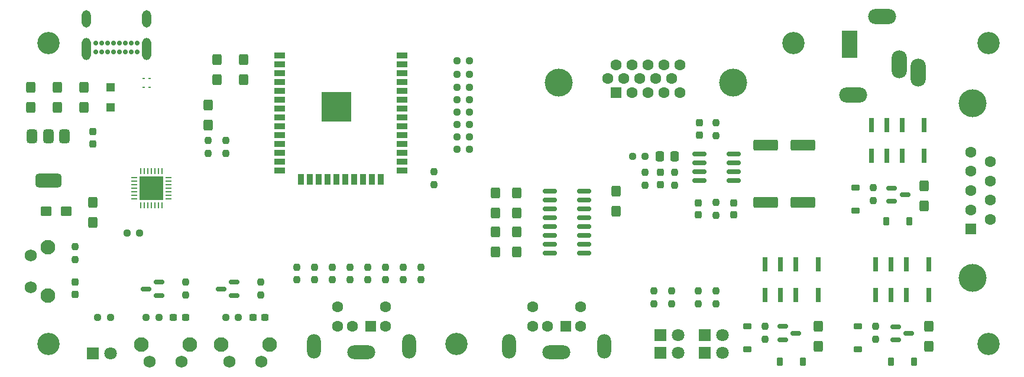
<source format=gts>
G04 #@! TF.GenerationSoftware,KiCad,Pcbnew,8.0.5*
G04 #@! TF.CreationDate,2025-01-20T23:05:57+01:00*
G04 #@! TF.ProjectId,nTerm2-s,6e546572-6d32-42d7-932e-6b696361645f,rev?*
G04 #@! TF.SameCoordinates,Original*
G04 #@! TF.FileFunction,Soldermask,Top*
G04 #@! TF.FilePolarity,Negative*
%FSLAX46Y46*%
G04 Gerber Fmt 4.6, Leading zero omitted, Abs format (unit mm)*
G04 Created by KiCad (PCBNEW 8.0.5) date 2025-01-20 23:05:57*
%MOMM*%
%LPD*%
G01*
G04 APERTURE LIST*
G04 Aperture macros list*
%AMRoundRect*
0 Rectangle with rounded corners*
0 $1 Rounding radius*
0 $2 $3 $4 $5 $6 $7 $8 $9 X,Y pos of 4 corners*
0 Add a 4 corners polygon primitive as box body*
4,1,4,$2,$3,$4,$5,$6,$7,$8,$9,$2,$3,0*
0 Add four circle primitives for the rounded corners*
1,1,$1+$1,$2,$3*
1,1,$1+$1,$4,$5*
1,1,$1+$1,$6,$7*
1,1,$1+$1,$8,$9*
0 Add four rect primitives between the rounded corners*
20,1,$1+$1,$2,$3,$4,$5,0*
20,1,$1+$1,$4,$5,$6,$7,0*
20,1,$1+$1,$6,$7,$8,$9,0*
20,1,$1+$1,$8,$9,$2,$3,0*%
G04 Aperture macros list end*
%ADD10C,1.750000*%
%ADD11C,2.100000*%
%ADD12R,1.600000X1.600000*%
%ADD13C,1.600000*%
%ADD14O,2.000000X3.500000*%
%ADD15O,4.000000X2.000000*%
%ADD16C,0.700000*%
%ADD17O,1.300000X3.200000*%
%ADD18O,1.300000X2.500000*%
%ADD19RoundRect,0.237500X-0.237500X0.250000X-0.237500X-0.250000X0.237500X-0.250000X0.237500X0.250000X0*%
%ADD20C,3.200000*%
%ADD21RoundRect,0.237500X-0.250000X-0.237500X0.250000X-0.237500X0.250000X0.237500X-0.250000X0.237500X0*%
%ADD22RoundRect,0.237500X0.237500X-0.250000X0.237500X0.250000X-0.237500X0.250000X-0.237500X-0.250000X0*%
%ADD23RoundRect,0.062500X-0.117500X-0.062500X0.117500X-0.062500X0.117500X0.062500X-0.117500X0.062500X0*%
%ADD24RoundRect,0.225000X0.375000X-0.225000X0.375000X0.225000X-0.375000X0.225000X-0.375000X-0.225000X0*%
%ADD25RoundRect,0.225000X-0.225000X-0.375000X0.225000X-0.375000X0.225000X0.375000X-0.225000X0.375000X0*%
%ADD26R,0.700000X2.000000*%
%ADD27R,1.500000X0.900000*%
%ADD28R,0.900000X1.500000*%
%ADD29C,0.600000*%
%ADD30R,4.200000X4.200000*%
%ADD31RoundRect,0.237500X-0.237500X0.300000X-0.237500X-0.300000X0.237500X-0.300000X0.237500X0.300000X0*%
%ADD32RoundRect,0.250000X0.425000X-0.537500X0.425000X0.537500X-0.425000X0.537500X-0.425000X-0.537500X0*%
%ADD33R,1.800000X1.800000*%
%ADD34C,1.800000*%
%ADD35RoundRect,0.150000X-0.825000X-0.150000X0.825000X-0.150000X0.825000X0.150000X-0.825000X0.150000X0*%
%ADD36RoundRect,0.237500X0.250000X0.237500X-0.250000X0.237500X-0.250000X-0.237500X0.250000X-0.237500X0*%
%ADD37RoundRect,0.250000X-0.425000X0.537500X-0.425000X-0.537500X0.425000X-0.537500X0.425000X0.537500X0*%
%ADD38RoundRect,0.237500X-0.300000X-0.237500X0.300000X-0.237500X0.300000X0.237500X-0.300000X0.237500X0*%
%ADD39RoundRect,0.375000X-0.375000X0.625000X-0.375000X-0.625000X0.375000X-0.625000X0.375000X0.625000X0*%
%ADD40RoundRect,0.500000X-1.400000X0.500000X-1.400000X-0.500000X1.400000X-0.500000X1.400000X0.500000X0*%
%ADD41RoundRect,0.150000X-0.587500X-0.150000X0.587500X-0.150000X0.587500X0.150000X-0.587500X0.150000X0*%
%ADD42RoundRect,0.150000X0.587500X0.150000X-0.587500X0.150000X-0.587500X-0.150000X0.587500X-0.150000X0*%
%ADD43RoundRect,0.250000X-0.537500X-0.425000X0.537500X-0.425000X0.537500X0.425000X-0.537500X0.425000X0*%
%ADD44RoundRect,0.237500X0.237500X-0.300000X0.237500X0.300000X-0.237500X0.300000X-0.237500X-0.300000X0*%
%ADD45C,4.000000*%
%ADD46RoundRect,0.250000X-1.500000X-0.550000X1.500000X-0.550000X1.500000X0.550000X-1.500000X0.550000X0*%
%ADD47RoundRect,0.062500X-0.337500X-0.062500X0.337500X-0.062500X0.337500X0.062500X-0.337500X0.062500X0*%
%ADD48RoundRect,0.062500X-0.062500X-0.337500X0.062500X-0.337500X0.062500X0.337500X-0.062500X0.337500X0*%
%ADD49R,3.350000X3.350000*%
%ADD50RoundRect,0.250000X-0.337500X-0.475000X0.337500X-0.475000X0.337500X0.475000X-0.337500X0.475000X0*%
%ADD51O,4.000000X2.200000*%
%ADD52O,2.200000X4.000000*%
%ADD53R,2.200000X4.000000*%
%ADD54R,1.200000X1.200000*%
G04 APERTURE END LIST*
D10*
X31750000Y-71810000D03*
X31750000Y-67310000D03*
D11*
X34240000Y-73060000D03*
X34240000Y-66050000D03*
D10*
X64770000Y-82550000D03*
X60270000Y-82550000D03*
D11*
X66020000Y-80060000D03*
X59010000Y-80060000D03*
D10*
X53340000Y-82550000D03*
X48840000Y-82550000D03*
D11*
X54590000Y-80060000D03*
X47580000Y-80060000D03*
D12*
X108390000Y-77470000D03*
D13*
X105790000Y-77470000D03*
X110490000Y-77470000D03*
X103690000Y-77470000D03*
X110490000Y-74670000D03*
X103690000Y-74670000D03*
D14*
X100240000Y-80320000D03*
D15*
X107090000Y-81120000D03*
D14*
X113940000Y-80320000D03*
D16*
X47010000Y-38100000D03*
X46160000Y-38100000D03*
X45310000Y-38100000D03*
X44460000Y-38100000D03*
X43610000Y-38100000D03*
X42760000Y-38100000D03*
X41910000Y-38100000D03*
X41060000Y-38100000D03*
X41060000Y-36750000D03*
X41910000Y-36750000D03*
X42760000Y-36750000D03*
X43610000Y-36750000D03*
X44460000Y-36750000D03*
X45310000Y-36750000D03*
X46160000Y-36750000D03*
X47010000Y-36750000D03*
D17*
X48355000Y-37600000D03*
D18*
X48350000Y-33295000D03*
D17*
X39715000Y-37600000D03*
D18*
X39715000Y-33300000D03*
D19*
X38100000Y-66040000D03*
X38100000Y-67865000D03*
D20*
X168910000Y-80010000D03*
D21*
X92790000Y-43180000D03*
X94615000Y-43180000D03*
D22*
X57150000Y-52625000D03*
X57150000Y-50800000D03*
X136906000Y-79295000D03*
X136906000Y-77470000D03*
D20*
X34290000Y-36830000D03*
D19*
X129921000Y-48260000D03*
X129921000Y-50085000D03*
D23*
X48768000Y-43180000D03*
X47928000Y-43180000D03*
D24*
X149860000Y-60831000D03*
X149860000Y-57531000D03*
D25*
X139066000Y-82550000D03*
X142366000Y-82550000D03*
D26*
X160401000Y-68580000D03*
X157201000Y-68580000D03*
X155001000Y-68580000D03*
X152801000Y-68580000D03*
X152801000Y-72980000D03*
X155001000Y-72980000D03*
X157201000Y-72980000D03*
X160401000Y-72980000D03*
D19*
X129921000Y-59690000D03*
X129921000Y-61515000D03*
D27*
X67450000Y-38608000D03*
X67450000Y-39878000D03*
X67450000Y-41148000D03*
X67450000Y-42418000D03*
X67450000Y-43688000D03*
X67450000Y-44958000D03*
X67450000Y-46228000D03*
X67450000Y-47498000D03*
X67450000Y-48768000D03*
X67450000Y-50038000D03*
X67450000Y-51308000D03*
X67450000Y-52578000D03*
X67450000Y-53848000D03*
X67450000Y-55118000D03*
D28*
X70490000Y-56368000D03*
X71760000Y-56368000D03*
X73030000Y-56368000D03*
X74300000Y-56368000D03*
X75570000Y-56368000D03*
X76840000Y-56368000D03*
X78110000Y-56368000D03*
X79380000Y-56368000D03*
X80650000Y-56368000D03*
X81920000Y-56368000D03*
D27*
X84950000Y-55118000D03*
X84950000Y-53848000D03*
X84950000Y-52578000D03*
X84950000Y-51308000D03*
X84950000Y-50038000D03*
X84950000Y-48768000D03*
X84950000Y-47498000D03*
X84950000Y-46228000D03*
X84950000Y-44958000D03*
X84950000Y-43688000D03*
X84950000Y-42418000D03*
X84950000Y-41148000D03*
X84950000Y-39878000D03*
X84950000Y-38608000D03*
D29*
X73995000Y-45185500D03*
X73995000Y-46710500D03*
X74757500Y-44423000D03*
X74757500Y-45948000D03*
X74757500Y-47473000D03*
X75520000Y-45185500D03*
D30*
X75520000Y-45948000D03*
D29*
X75520000Y-46710500D03*
X76282500Y-44423000D03*
X76282500Y-45948000D03*
X76282500Y-47473000D03*
X77045000Y-45185500D03*
X77045000Y-46710500D03*
D22*
X80010000Y-70762500D03*
X80010000Y-68937500D03*
X152400000Y-59356000D03*
X152400000Y-57531000D03*
D31*
X132461000Y-59740000D03*
X132461000Y-61465000D03*
D12*
X80450000Y-77470000D03*
D13*
X77850000Y-77470000D03*
X82550000Y-77470000D03*
X75750000Y-77470000D03*
X82550000Y-74670000D03*
X75750000Y-74670000D03*
D14*
X72300000Y-80320000D03*
D15*
X79150000Y-81120000D03*
D14*
X86000000Y-80320000D03*
D32*
X160401000Y-80345000D03*
X160401000Y-77470000D03*
D21*
X92790000Y-46736000D03*
X94615000Y-46736000D03*
D24*
X150241000Y-80770000D03*
X150241000Y-77470000D03*
D22*
X152781000Y-79295000D03*
X152781000Y-77470000D03*
D32*
X144526000Y-80345000D03*
X144526000Y-77470000D03*
D24*
X134366000Y-80770000D03*
X134366000Y-77470000D03*
D33*
X121920000Y-78740000D03*
D34*
X124460000Y-78740000D03*
D33*
X121920000Y-81280000D03*
D34*
X124460000Y-81280000D03*
D19*
X129921000Y-72390000D03*
X129921000Y-74215000D03*
D35*
X127511000Y-52705000D03*
X127511000Y-53975000D03*
X127511000Y-55245000D03*
X127511000Y-56515000D03*
X132461000Y-56515000D03*
X132461000Y-55245000D03*
X132461000Y-53975000D03*
X132461000Y-52705000D03*
D36*
X94615000Y-39370000D03*
X92790000Y-39370000D03*
D31*
X40640000Y-49530000D03*
X40640000Y-51255000D03*
D22*
X72390000Y-70762500D03*
X72390000Y-68937500D03*
D37*
X101408000Y-63881000D03*
X101408000Y-66756000D03*
D32*
X39370000Y-46055000D03*
X39370000Y-43180000D03*
D33*
X128270000Y-78740000D03*
D34*
X130810000Y-78740000D03*
D33*
X128270000Y-81280000D03*
D34*
X130810000Y-81280000D03*
D22*
X59690000Y-52625000D03*
X59690000Y-50800000D03*
D38*
X52230000Y-76200000D03*
X53955000Y-76200000D03*
D39*
X36590000Y-50190000D03*
X34290000Y-50190000D03*
D40*
X34290000Y-56490000D03*
D39*
X31990000Y-50190000D03*
D32*
X58420000Y-42077500D03*
X58420000Y-39202500D03*
D21*
X48320000Y-76200000D03*
X50145000Y-76200000D03*
D22*
X119761000Y-57197000D03*
X119761000Y-55372000D03*
D35*
X106110000Y-58039000D03*
X106110000Y-59309000D03*
X106110000Y-60579000D03*
X106110000Y-61849000D03*
X106110000Y-63119000D03*
X106110000Y-64389000D03*
X106110000Y-65659000D03*
X106110000Y-66929000D03*
X111060000Y-66929000D03*
X111060000Y-65659000D03*
X111060000Y-64389000D03*
X111060000Y-63119000D03*
X111060000Y-61849000D03*
X111060000Y-60579000D03*
X111060000Y-59309000D03*
X111060000Y-58039000D03*
D20*
X34290000Y-80010000D03*
X92710000Y-80010000D03*
D32*
X31750000Y-46055000D03*
X31750000Y-43180000D03*
D37*
X98360000Y-63881000D03*
X98360000Y-66756000D03*
D41*
X155097000Y-57597000D03*
X155097000Y-59497000D03*
X156972000Y-58547000D03*
D38*
X63600000Y-76200000D03*
X65325000Y-76200000D03*
D26*
X144526000Y-68580000D03*
X141326000Y-68580000D03*
X139126000Y-68580000D03*
X136926000Y-68580000D03*
X136926000Y-72980000D03*
X139126000Y-72980000D03*
X141326000Y-72980000D03*
X144526000Y-72980000D03*
D32*
X40640000Y-62565000D03*
X40640000Y-59690000D03*
D42*
X60940000Y-73020000D03*
X60940000Y-71120000D03*
X59065000Y-72070000D03*
D37*
X115570000Y-58039000D03*
X115570000Y-60914000D03*
D43*
X33955000Y-60960000D03*
X36830000Y-60960000D03*
D44*
X127508000Y-49985000D03*
X127508000Y-48260000D03*
D21*
X92790000Y-52070000D03*
X94615000Y-52070000D03*
D33*
X40658750Y-81307500D03*
D34*
X43198750Y-81307500D03*
D45*
X166670000Y-70460000D03*
X166670000Y-45460000D03*
D12*
X166370000Y-63500000D03*
D13*
X166370000Y-60730000D03*
X166370000Y-57960000D03*
X166370000Y-55190000D03*
X166370000Y-52420000D03*
X169210000Y-62115000D03*
X169210000Y-59345000D03*
X169210000Y-56575000D03*
X169210000Y-53805000D03*
D46*
X137000000Y-59690000D03*
X142400000Y-59690000D03*
D21*
X92790000Y-48514000D03*
X94615000Y-48514000D03*
D46*
X137000000Y-51435000D03*
X142400000Y-51435000D03*
D37*
X98360000Y-58293000D03*
X98360000Y-61168000D03*
D20*
X168910000Y-36830000D03*
D47*
X46595000Y-56135000D03*
X46595000Y-56635000D03*
X46595000Y-57135000D03*
X46595000Y-57635000D03*
X46595000Y-58135000D03*
X46595000Y-58635000D03*
X46595000Y-59135000D03*
D48*
X47545000Y-60085000D03*
X48045000Y-60085000D03*
X48545000Y-60085000D03*
X49045000Y-60085000D03*
X49545000Y-60085000D03*
X50045000Y-60085000D03*
X50545000Y-60085000D03*
D47*
X51495000Y-59135000D03*
X51495000Y-58635000D03*
X51495000Y-58135000D03*
X51495000Y-57635000D03*
X51495000Y-57135000D03*
X51495000Y-56635000D03*
X51495000Y-56135000D03*
D48*
X50545000Y-55185000D03*
X50045000Y-55185000D03*
X49545000Y-55185000D03*
X49045000Y-55185000D03*
X48545000Y-55185000D03*
X48045000Y-55185000D03*
X47545000Y-55185000D03*
D49*
X49045000Y-57635000D03*
D45*
X132385000Y-42470000D03*
X107385000Y-42470000D03*
D12*
X115570000Y-43890000D03*
D13*
X117860000Y-43890000D03*
X120150000Y-43890000D03*
X122440000Y-43890000D03*
X124730000Y-43890000D03*
X114425000Y-41910000D03*
X116715000Y-41910000D03*
X119005000Y-41910000D03*
X121295000Y-41910000D03*
X123585000Y-41910000D03*
X115570000Y-39930000D03*
X117860000Y-39930000D03*
X120150000Y-39930000D03*
X122440000Y-39930000D03*
X124730000Y-39930000D03*
D36*
X119761000Y-53086000D03*
X117936000Y-53086000D03*
D19*
X127381000Y-72390000D03*
X127381000Y-74215000D03*
X123571000Y-72390000D03*
X123571000Y-74215000D03*
D22*
X53955000Y-72945000D03*
X53955000Y-71120000D03*
D32*
X159756000Y-60197500D03*
X159756000Y-57322500D03*
D22*
X82550000Y-70762500D03*
X82550000Y-68937500D03*
D44*
X121920000Y-57097000D03*
X121920000Y-55372000D03*
D22*
X69850000Y-70762500D03*
X69850000Y-68937500D03*
D26*
X159756000Y-48600000D03*
X156556000Y-48600000D03*
X154356000Y-48600000D03*
X152156000Y-48600000D03*
X152156000Y-53000000D03*
X154356000Y-53000000D03*
X156556000Y-53000000D03*
X159756000Y-53000000D03*
D32*
X101408000Y-61168000D03*
X101408000Y-58293000D03*
D25*
X154941000Y-82550000D03*
X158241000Y-82550000D03*
D50*
X121877000Y-53086000D03*
X123952000Y-53086000D03*
D22*
X85090000Y-70762500D03*
X85090000Y-68937500D03*
D23*
X48768000Y-41910000D03*
X47928000Y-41910000D03*
D32*
X62230000Y-42077500D03*
X62230000Y-39202500D03*
D51*
X153670000Y-33020000D03*
D52*
X158870000Y-41020000D03*
X156170000Y-39820000D03*
D53*
X149070000Y-36920000D03*
D51*
X149570000Y-44220000D03*
D42*
X50145000Y-73020000D03*
X50145000Y-71120000D03*
X48270000Y-72070000D03*
D44*
X127381000Y-61465000D03*
X127381000Y-59740000D03*
D32*
X35560000Y-46055000D03*
X35560000Y-43180000D03*
D31*
X38100000Y-71120000D03*
X38100000Y-72845000D03*
D41*
X155618500Y-77495000D03*
X155618500Y-79395000D03*
X157493500Y-78445000D03*
D22*
X64750000Y-72945000D03*
X64750000Y-71120000D03*
D21*
X92790000Y-50292000D03*
X94615000Y-50292000D03*
D22*
X89535000Y-57070000D03*
X89535000Y-55245000D03*
D19*
X121031000Y-72390000D03*
X121031000Y-74215000D03*
D22*
X87630000Y-70762500D03*
X87630000Y-68937500D03*
X74930000Y-70762500D03*
X74930000Y-68937500D03*
D21*
X45545000Y-64075000D03*
X47370000Y-64075000D03*
D36*
X94615000Y-41275000D03*
X92790000Y-41275000D03*
D54*
X43180000Y-45980000D03*
X43180000Y-43180000D03*
D21*
X92790000Y-44958000D03*
X94615000Y-44958000D03*
D36*
X43203500Y-76200000D03*
X41378500Y-76200000D03*
D22*
X123952000Y-57197000D03*
X123952000Y-55372000D03*
D32*
X57150000Y-48595000D03*
X57150000Y-45720000D03*
D20*
X140970000Y-36830000D03*
D21*
X59690000Y-76200000D03*
X61515000Y-76200000D03*
D25*
X154296000Y-62402500D03*
X157596000Y-62402500D03*
D22*
X77470000Y-70762500D03*
X77470000Y-68937500D03*
D41*
X139446000Y-77470000D03*
X139446000Y-79370000D03*
X141321000Y-78420000D03*
M02*

</source>
